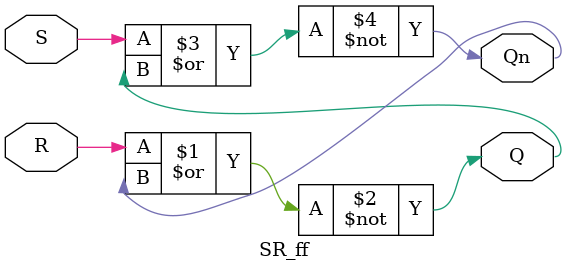
<source format=v>
module SR_ff(output Q, Qn, input S, R);
	nor n1(Q,  R, Qn),
	    n2(Qn, S, Q);
endmodule
</source>
